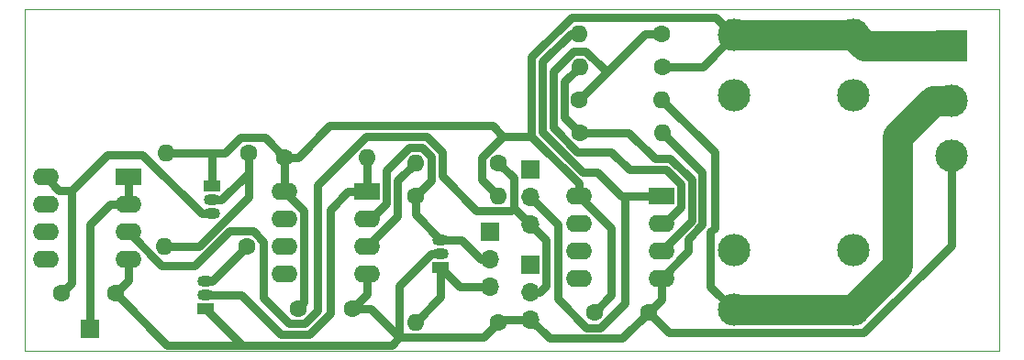
<source format=gbr>
%TF.GenerationSoftware,KiCad,Pcbnew,7.0.8*%
%TF.CreationDate,2023-11-02T22:58:48+02:00*%
%TF.ProjectId,current_sensor,63757272-656e-4745-9f73-656e736f722e,rev?*%
%TF.SameCoordinates,Original*%
%TF.FileFunction,Copper,L1,Top*%
%TF.FilePolarity,Positive*%
%FSLAX46Y46*%
G04 Gerber Fmt 4.6, Leading zero omitted, Abs format (unit mm)*
G04 Created by KiCad (PCBNEW 7.0.8) date 2023-11-02 22:58:48*
%MOMM*%
%LPD*%
G01*
G04 APERTURE LIST*
%TA.AperFunction,ComponentPad*%
%ADD10C,3.000000*%
%TD*%
%TA.AperFunction,ComponentPad*%
%ADD11O,3.000000X3.000000*%
%TD*%
%TA.AperFunction,ComponentPad*%
%ADD12R,2.400000X1.600000*%
%TD*%
%TA.AperFunction,ComponentPad*%
%ADD13O,2.400000X1.600000*%
%TD*%
%TA.AperFunction,ComponentPad*%
%ADD14C,1.600000*%
%TD*%
%TA.AperFunction,ComponentPad*%
%ADD15O,1.600000X1.600000*%
%TD*%
%TA.AperFunction,ComponentPad*%
%ADD16R,1.700000X1.700000*%
%TD*%
%TA.AperFunction,ComponentPad*%
%ADD17O,1.700000X1.700000*%
%TD*%
%TA.AperFunction,ComponentPad*%
%ADD18R,1.500000X1.050000*%
%TD*%
%TA.AperFunction,ComponentPad*%
%ADD19O,1.500000X1.050000*%
%TD*%
%TA.AperFunction,ComponentPad*%
%ADD20R,3.000000X3.000000*%
%TD*%
%TA.AperFunction,Conductor*%
%ADD21C,0.800000*%
%TD*%
%TA.AperFunction,Conductor*%
%ADD22C,2.800000*%
%TD*%
%TA.AperFunction,Profile*%
%ADD23C,0.100000*%
%TD*%
G04 APERTURE END LIST*
D10*
X67405000Y31172000D03*
D11*
X67405000Y25622000D03*
X67405000Y11322000D03*
X67405000Y5772000D03*
D12*
X33566000Y16722000D03*
D13*
X33566000Y14182000D03*
X33566000Y11642000D03*
X33566000Y9102000D03*
X25946000Y9102000D03*
X25946000Y11642000D03*
X25946000Y14182000D03*
X25946000Y16722000D03*
D14*
X38068000Y16351000D03*
D15*
X45688000Y16351000D03*
D14*
X53151000Y25241000D03*
D15*
X60771000Y25241000D03*
D14*
X25916000Y19907000D03*
D15*
X33536000Y19907000D03*
D14*
X53181000Y22193000D03*
D15*
X60801000Y22193000D03*
D16*
X7969000Y4032000D03*
D12*
X60704000Y16341000D03*
D13*
X60704000Y13801000D03*
X60704000Y11261000D03*
X60704000Y8721000D03*
X53084000Y8721000D03*
X53084000Y11261000D03*
X53084000Y13801000D03*
X53084000Y16341000D03*
X3895000Y18119000D03*
X3895000Y15579000D03*
X3895000Y13039000D03*
X3895000Y10499000D03*
X11515000Y10499000D03*
X11515000Y13039000D03*
X11515000Y15579000D03*
D12*
X11515000Y18119000D03*
D14*
X22455000Y11652000D03*
D15*
X14835000Y11652000D03*
D16*
X44926000Y13049000D03*
D17*
X44926000Y10509000D03*
X44926000Y7969000D03*
D16*
X48609000Y18764000D03*
D17*
X48609000Y16224000D03*
X48609000Y13684000D03*
D10*
X78455000Y31172000D03*
D11*
X78455000Y25622000D03*
X78455000Y11322000D03*
X78455000Y5772000D03*
D14*
X32226000Y5937000D03*
X27226000Y5937000D03*
X10342000Y7334000D03*
X5342000Y7334000D03*
D18*
X40375000Y9747000D03*
D19*
X40375000Y11017000D03*
X40375000Y12287000D03*
D14*
X60801000Y28289000D03*
D15*
X53181000Y28289000D03*
D14*
X60771000Y31337000D03*
D15*
X53151000Y31337000D03*
D18*
X18666000Y5937000D03*
D19*
X18666000Y7207000D03*
X18666000Y8477000D03*
D20*
X87471000Y30194000D03*
D10*
X87471000Y25114000D03*
X87471000Y20034000D03*
D14*
X22603000Y20288000D03*
D15*
X14983000Y20288000D03*
D18*
X19280000Y17240000D03*
D19*
X19280000Y15970000D03*
X19280000Y14700000D03*
D14*
X45688000Y4667000D03*
D15*
X38068000Y4667000D03*
D14*
X54531000Y5556000D03*
X59531000Y5556000D03*
D16*
X48609000Y10001000D03*
D17*
X48609000Y7461000D03*
X48609000Y4921000D03*
D14*
X45688000Y19399000D03*
D15*
X38068000Y19399000D03*
D21*
X22066000Y2537000D02*
X15139000Y2537000D01*
X15139000Y2537000D02*
X10342000Y7334000D01*
X36544000Y3267000D02*
X35814000Y2537000D01*
X35814000Y2537000D02*
X22066000Y2537000D01*
X22066000Y2537000D02*
X18666000Y5937000D01*
X36544000Y3267000D02*
X33874000Y5937000D01*
X33874000Y5937000D02*
X32226000Y5937000D01*
X43682214Y14951000D02*
X46834000Y14951000D01*
X46834000Y14951000D02*
X47088000Y15205000D01*
X47088000Y17999000D02*
X47088000Y15205000D01*
X47088000Y15205000D02*
X48609000Y13684000D01*
X19280000Y17240000D02*
X19280000Y20280000D01*
X20444000Y20288000D02*
X19272000Y20288000D01*
X19272000Y20288000D02*
X14983000Y20288000D01*
X19280000Y20280000D02*
X19272000Y20288000D01*
X21844000Y21688000D02*
X20444000Y20288000D01*
X24135000Y21688000D02*
X21844000Y21688000D01*
X44288000Y3267000D02*
X36544000Y3267000D01*
X36544000Y8039528D02*
X36544000Y3267000D01*
X6318000Y16859000D02*
X5155000Y16859000D01*
X5155000Y16859000D02*
X3895000Y18119000D01*
X19280000Y14700000D02*
X18319528Y14700000D01*
X18319528Y14700000D02*
X12858528Y20161000D01*
X12858528Y20161000D02*
X9620000Y20161000D01*
X9620000Y20161000D02*
X6318000Y16859000D01*
X6318000Y16859000D02*
X6318000Y8310000D01*
X6318000Y8310000D02*
X5342000Y7334000D01*
X11515000Y15579000D02*
X9864000Y15579000D01*
X9864000Y15579000D02*
X7969000Y13684000D01*
X11515000Y18119000D02*
X11515000Y15579000D01*
X7969000Y13684000D02*
X7969000Y4032000D01*
X25916000Y16752000D02*
X25946000Y16722000D01*
X45160792Y22799000D02*
X30091736Y22799000D01*
X56102000Y7127000D02*
X56102000Y13323000D01*
D22*
X79433000Y30194000D02*
X78455000Y31172000D01*
D21*
X27199736Y19907000D02*
X25916000Y19907000D01*
X25916000Y19907000D02*
X24135000Y21688000D01*
X46138003Y21821789D02*
X44164000Y19847786D01*
X53084000Y17488786D02*
X48750997Y21821789D01*
X48750998Y29151212D02*
X52460786Y32861000D01*
X48750997Y21821789D02*
X46138003Y21821789D01*
X52460786Y32861000D02*
X65716000Y32861000D01*
X25916000Y19907000D02*
X25916000Y16752000D01*
X65716000Y32861000D02*
X67405000Y31172000D01*
X44164000Y17875000D02*
X45688000Y16351000D01*
X25946000Y16722000D02*
X27746000Y14922000D01*
X27746000Y14922000D02*
X27746000Y6457000D01*
X54531000Y5556000D02*
X56102000Y7127000D01*
X64522000Y28289000D02*
X67405000Y31172000D01*
X53084000Y16341000D02*
X53084000Y17488786D01*
X46138003Y21821789D02*
X45160792Y22799000D01*
D22*
X78455000Y31172000D02*
X67405000Y31172000D01*
D21*
X60801000Y28289000D02*
X64522000Y28289000D01*
X44164000Y19847786D02*
X44164000Y17875000D01*
X56102000Y13323000D02*
X53084000Y16341000D01*
X27746000Y6457000D02*
X27226000Y5937000D01*
D22*
X87471000Y30194000D02*
X79433000Y30194000D01*
D21*
X48750997Y21821789D02*
X48750998Y29151212D01*
X30091736Y22799000D02*
X27199736Y19907000D01*
X60704000Y8721000D02*
X63179107Y11196107D01*
X11515000Y8507000D02*
X10342000Y7334000D01*
X33566000Y9102000D02*
X33566000Y7277000D01*
X45688000Y4667000D02*
X44288000Y3267000D01*
X60704000Y8721000D02*
X60704000Y6729000D01*
X57131000Y3156000D02*
X59531000Y5556000D01*
X48609000Y4921000D02*
X45942000Y4921000D01*
X36544000Y8039528D02*
X39521472Y11017000D01*
X79369123Y3677123D02*
X87471000Y11779000D01*
X45942000Y4921000D02*
X45688000Y4667000D01*
X60704000Y6729000D02*
X59531000Y5556000D01*
X50374000Y3156000D02*
X48609000Y4921000D01*
X11515000Y10499000D02*
X11515000Y8507000D01*
X64504000Y18490000D02*
X60801000Y22193000D01*
X87471000Y11779000D02*
X87471000Y20034000D01*
X59531000Y5556000D02*
X61409877Y3677123D01*
X33566000Y7277000D02*
X32226000Y5937000D01*
X39521472Y11017000D02*
X40375000Y11017000D01*
X63179107Y11196107D02*
X63179107Y12321893D01*
X64504000Y13646786D02*
X64504000Y18490000D01*
X61409877Y3677123D02*
X79369123Y3677123D01*
X63179107Y12321893D02*
X64504000Y13646786D01*
X57131000Y3156000D02*
X50374000Y3156000D01*
X60771000Y25241000D02*
X65627000Y20385000D01*
D22*
X87471000Y25114000D02*
X85820000Y25114000D01*
X78455000Y5772000D02*
X67405000Y5772000D01*
X82518000Y21812000D02*
X82518000Y9835000D01*
D21*
X65246000Y7931000D02*
X67405000Y5772000D01*
D22*
X82518000Y9835000D02*
X78455000Y5772000D01*
X85820000Y25114000D02*
X82518000Y21812000D01*
D21*
X65627000Y13355572D02*
X65246000Y12974572D01*
X65246000Y12974572D02*
X65246000Y7931000D01*
X65627000Y20385000D02*
X65627000Y13355572D01*
X30159000Y5483000D02*
X28213000Y3537000D01*
X31821264Y16722000D02*
X30159000Y15059736D01*
X21968000Y7207000D02*
X18666000Y7207000D01*
X33566000Y16722000D02*
X33566000Y19877000D01*
X28213000Y3537000D02*
X25638000Y3537000D01*
X25638000Y3537000D02*
X21968000Y7207000D01*
X30159000Y15059736D02*
X30159000Y5483000D01*
X33566000Y19877000D02*
X33536000Y19907000D01*
X33566000Y16722000D02*
X31821264Y16722000D01*
X19280000Y8477000D02*
X22455000Y11652000D01*
X18666000Y8477000D02*
X19280000Y8477000D01*
X18044098Y11652000D02*
X14835000Y11652000D01*
X20133528Y15970000D02*
X19280000Y15970000D01*
X22603000Y18439472D02*
X20133528Y15970000D01*
X22603000Y20288000D02*
X22603000Y18439472D01*
X22603000Y16210902D02*
X18044098Y11652000D01*
X22603000Y18439472D02*
X22603000Y16210902D01*
X40375000Y6974000D02*
X38068000Y4667000D01*
X44926000Y7969000D02*
X42153000Y7969000D01*
X42153000Y7969000D02*
X40375000Y9747000D01*
X40375000Y9747000D02*
X40375000Y6974000D01*
X33566000Y14182000D02*
X33874528Y14182000D01*
X33874528Y14182000D02*
X35366000Y15673472D01*
X44037000Y10509000D02*
X44926000Y10509000D01*
X42259000Y12287000D02*
X44037000Y10509000D01*
X37495214Y20799000D02*
X38640786Y20799000D01*
X38068000Y16351000D02*
X38068000Y14594000D01*
X39468000Y19971786D02*
X39468000Y17751000D01*
X38640786Y20799000D02*
X39468000Y19971786D01*
X35366000Y18669786D02*
X37495214Y20799000D01*
X35366000Y15673472D02*
X35366000Y18669786D01*
X39468000Y17751000D02*
X38068000Y16351000D01*
X40375000Y12287000D02*
X42259000Y12287000D01*
X38068000Y14594000D02*
X40375000Y12287000D01*
X63504000Y17803742D02*
X61543741Y19764001D01*
X60704000Y11261000D02*
X63504000Y14061000D01*
X53181000Y22193000D02*
X51751000Y23623000D01*
X51751000Y26859000D02*
X53181000Y28289000D01*
X57700528Y22193000D02*
X53181000Y22193000D01*
X61543741Y19764001D02*
X60129527Y19764001D01*
X51751000Y23623000D02*
X51751000Y26859000D01*
X60129527Y19764001D02*
X57700528Y22193000D01*
X63504000Y14061000D02*
X63504000Y17803742D01*
X61129528Y18764000D02*
X57753000Y18764000D01*
X57753000Y18764000D02*
X56102000Y20415000D01*
X59247000Y31337000D02*
X60771000Y31337000D01*
X55452000Y27542000D02*
X59247000Y31337000D01*
X56102000Y20415000D02*
X52986214Y20415000D01*
X50751000Y27831786D02*
X50750999Y22650215D01*
X61012528Y13801000D02*
X60704000Y13801000D01*
X50750999Y22650215D02*
X52986214Y20415000D01*
X55452000Y27542000D02*
X55452000Y27990786D01*
X53151000Y25241000D02*
X55452000Y27542000D01*
X62504000Y17389528D02*
X61129528Y18764000D01*
X53753786Y29689000D02*
X52608214Y29689000D01*
X52608214Y29689000D02*
X50751000Y27831786D01*
X62504000Y15292472D02*
X61012528Y13801000D01*
X55452000Y27990786D02*
X53753786Y29689000D01*
X62504000Y17389528D02*
X62504000Y15292472D01*
X57001000Y16341000D02*
X57372000Y16341000D01*
X54832000Y18510000D02*
X57001000Y16341000D01*
X57372000Y16341000D02*
X60704000Y16341000D01*
X49750999Y28736999D02*
X49750998Y22236002D01*
X51149000Y13684000D02*
X48609000Y16224000D01*
X53819000Y4156000D02*
X51149000Y6826000D01*
X52351000Y31337000D02*
X49750999Y28736999D01*
X57372000Y6424214D02*
X55103786Y4156000D01*
X49750998Y22236002D02*
X53477000Y18510000D01*
X53151000Y31337000D02*
X52351000Y31337000D01*
X51149000Y6826000D02*
X51149000Y13684000D01*
X55103786Y4156000D02*
X53819000Y4156000D01*
X57372000Y16341000D02*
X57372000Y6424214D01*
X53477000Y18510000D02*
X54832000Y18510000D01*
X11515000Y12999214D02*
X14640214Y9874000D01*
X20858312Y13052000D02*
X17680312Y9874000D01*
X50059000Y8022000D02*
X49498000Y7461000D01*
X11515000Y13039000D02*
X11515000Y12999214D01*
X26387000Y4537000D02*
X23971000Y6953000D01*
X14640214Y9874000D02*
X17680312Y9874000D01*
X27798786Y4537000D02*
X26387000Y4537000D01*
X33455214Y21799000D02*
X29016000Y17359786D01*
X39055000Y21799000D02*
X33455214Y21799000D01*
X43682214Y14951000D02*
X40468000Y18165214D01*
X29016000Y17359786D02*
X29016000Y5754214D01*
X47088000Y17999000D02*
X45688000Y19399000D01*
X48609000Y13684000D02*
X50059000Y12234000D01*
X49498000Y7461000D02*
X48609000Y7461000D01*
X23971000Y12108786D02*
X23971000Y6953000D01*
X23027786Y13052000D02*
X23971000Y12108786D01*
X23027786Y13052000D02*
X20858312Y13052000D01*
X29016000Y5754214D02*
X27798786Y4537000D01*
X40468000Y18165214D02*
X40468001Y20385999D01*
X40468001Y20385999D02*
X39055000Y21799000D01*
X50059000Y12234000D02*
X50059000Y8022000D01*
X33566000Y11642000D02*
X36382000Y14458000D01*
X36382000Y17713000D02*
X38068000Y19399000D01*
X36382000Y14458000D02*
X36382000Y17713000D01*
D23*
X91916000Y33623000D02*
X91916000Y2000000D01*
X61436000Y33623000D02*
X2000000Y33623000D01*
X2000000Y2000000D02*
X91916000Y2000000D01*
X91916000Y33623000D02*
X61436000Y33623000D01*
X2000000Y2000000D02*
X2000000Y33623000D01*
M02*

</source>
